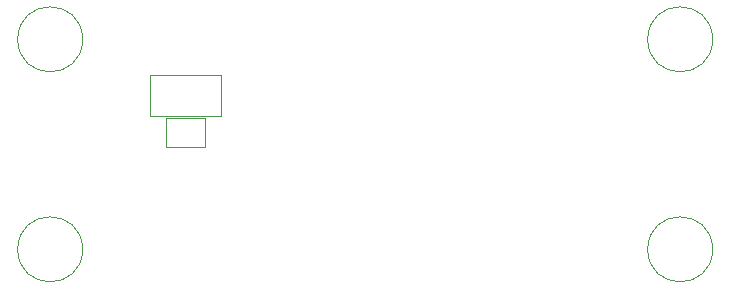
<source format=gbr>
%TF.GenerationSoftware,KiCad,Pcbnew,9.0.1*%
%TF.CreationDate,2025-07-30T00:23:41-04:00*%
%TF.ProjectId,T5848,54353834-382e-46b6-9963-61645f706362,rev?*%
%TF.SameCoordinates,Original*%
%TF.FileFunction,Other,User*%
%FSLAX46Y46*%
G04 Gerber Fmt 4.6, Leading zero omitted, Abs format (unit mm)*
G04 Created by KiCad (PCBNEW 9.0.1) date 2025-07-30 00:23:41*
%MOMM*%
%LPD*%
G01*
G04 APERTURE LIST*
%ADD10C,0.050000*%
G04 APERTURE END LIST*
D10*
%TO.C,J3*%
X130244999Y-99099999D02*
X130244999Y-102640001D01*
X130244999Y-102640001D02*
X136334999Y-102640000D01*
X136334999Y-99100000D02*
X130244999Y-99099999D01*
X136334999Y-102640000D02*
X136334999Y-99100000D01*
%TO.C,H3*%
X124580000Y-113890000D02*
G75*
G02*
X119080000Y-113890000I-2750000J0D01*
G01*
X119080000Y-113890000D02*
G75*
G02*
X124580000Y-113890000I2750000J0D01*
G01*
%TO.C,H1*%
X124580000Y-96110000D02*
G75*
G02*
X119080000Y-96110000I-2750000J0D01*
G01*
X119080000Y-96110000D02*
G75*
G02*
X124580000Y-96110000I2750000J0D01*
G01*
%TO.C,H2*%
X177920000Y-96110000D02*
G75*
G02*
X172420000Y-96110000I-2750000J0D01*
G01*
X172420000Y-96110000D02*
G75*
G02*
X177920000Y-96110000I2750000J0D01*
G01*
%TO.C,JP1*%
X131650000Y-102750000D02*
X131650000Y-105250000D01*
X131650000Y-102750000D02*
X134950000Y-102750000D01*
X134950000Y-105250000D02*
X131650000Y-105250000D01*
X134950000Y-105250000D02*
X134950000Y-102750000D01*
%TO.C,H4*%
X177920000Y-113890000D02*
G75*
G02*
X172420000Y-113890000I-2750000J0D01*
G01*
X172420000Y-113890000D02*
G75*
G02*
X177920000Y-113890000I2750000J0D01*
G01*
%TD*%
M02*

</source>
